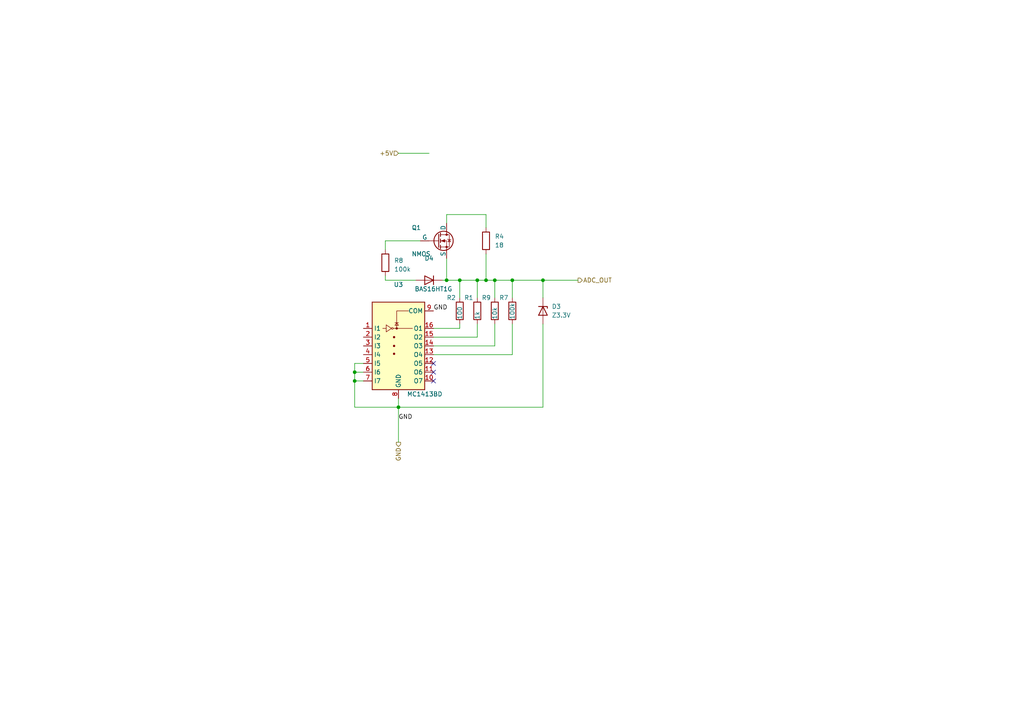
<source format=kicad_sch>
(kicad_sch (version 20250114) (generator "eeschema") (generator_version "9.0")
  (paper "A4")
  (lib_symbols
    (symbol "Device:D" (pin_numbers (hide yes)) (pin_names (offset 1.016) (hide yes))
      (property "Reference" "D" (at 0 2.54 0))
      (property "Value" "D" (at 0 -2.54 0))
      (symbol "D_0_1"
        (polyline (pts (xy -1.27 1.27) (xy -1.27 -1.27)) (stroke (width 0.254)))
        (polyline (pts (xy 1.27 1.27) (xy 1.27 -1.27) (xy -1.27 0) (xy 1.27 1.27)) (stroke (width 0.254)))
        (polyline (pts (xy 1.27 0) (xy -1.27 0)))
      )
      (symbol "D_1_1"
        (pin passive line (at -3.81 0 0) (length 2.54) (name "K") (number "1"))
        (pin passive line (at 3.81 0 180) (length 2.54) (name "A") (number "2"))
      )
    )
    (symbol "Device:D_Zener" (pin_numbers (hide yes)) (pin_names (offset 1.016) (hide yes))
      (property "Reference" "D" (at 0 2.54 0))
      (property "Value" "D_Zener" (at 0 -2.54 0))
      (symbol "D_Zener_0_1"
        (polyline (pts (xy -1.27 -1.27) (xy -1.27 1.27) (xy -0.762 1.27)) (stroke (width 0.254)))
        (polyline (pts (xy 1.27 0) (xy -1.27 0)))
        (polyline (pts (xy 1.27 -1.27) (xy 1.27 1.27) (xy -1.27 0) (xy 1.27 -1.27)) (stroke (width 0.254)))
      )
      (symbol "D_Zener_1_1"
        (pin passive line (at -3.81 0 0) (length 2.54) (name "K") (number "1"))
        (pin passive line (at 3.81 0 180) (length 2.54) (name "A") (number "2"))
      )
    )
    (symbol "Device:R" (pin_numbers (hide yes)) (pin_names (offset 0))
      (property "Reference" "R" (at 2.032 0 90))
      (property "Value" "R" (at 0 0 90))
      (symbol "R_0_1"
        (rectangle (start -1.016 -2.54) (end 1.016 2.54) (stroke (width 0.254)))
      )
      (symbol "R_1_1"
        (pin passive line (at 0 3.81 270) (length 1.27) (name "~") (number "1"))
        (pin passive line (at 0 -3.81 90) (length 1.27) (name "~") (number "2"))
      )
    )
    (symbol "Simulation_SPICE:NMOS" (pin_numbers (hide yes)) (pin_names (offset 0))
      (property "Reference" "Q" (at 5.08 1.27 0))
      (property "Value" "NMOS" (at 5.08 -1.27 0))
      (symbol "NMOS_0_1"
        (polyline (pts (xy 0.254 1.905) (xy 0.254 -1.905)) (stroke (width 0.254)))
        (polyline (pts (xy 0.254 0) (xy -2.54 0)))
        (polyline (pts (xy 0.762 2.286) (xy 0.762 1.27)) (stroke (width 0.254)))
        (polyline (pts (xy 0.762 0.508) (xy 0.762 -0.508)) (stroke (width 0.254)))
        (polyline (pts (xy 0.762 -1.27) (xy 0.762 -2.286)) (stroke (width 0.254)))
        (polyline (pts (xy 0.762 -1.778) (xy 3.302 -1.778) (xy 3.302 1.778) (xy 0.762 1.778)))
        (polyline (pts (xy 1.016 0) (xy 2.032 0.381) (xy 2.032 -0.381) (xy 1.016 0)) (fill (type outline)))
        (circle (center 1.651 0) (radius 2.794) (stroke (width 0.254)))
        (polyline (pts (xy 2.54 2.54) (xy 2.54 1.778)))
        (circle (center 2.54 1.778) (radius 0.254) (fill (type outline)))
        (circle (center 2.54 -1.778) (radius 0.254) (fill (type outline)))
        (polyline (pts (xy 2.54 -2.54) (xy 2.54 0) (xy 0.762 0)))
        (polyline (pts (xy 2.794 0.508) (xy 2.921 0.381) (xy 3.683 0.381) (xy 3.81 0.254)))
        (polyline (pts (xy 3.302 0.381) (xy 2.921 -0.254) (xy 3.683 -0.254) (xy 3.302 0.381)))
      )
      (symbol "NMOS_1_1"
        (pin input line (at -5.08 0 0) (length 2.54) (name "G") (number "2"))
        (pin passive line (at 2.54 5.08 270) (length 2.54) (name "D") (number "1"))
        (pin passive line (at 2.54 -5.08 90) (length 2.54) (name "S") (number "3"))
      )
    )
    (symbol "Transistor_Array:MC1413BD"
      (property "Reference" "U" (at 0 15.875 0))
      (property "Value" "MC1413BD" (at 0 13.97 0))
      (symbol "MC1413BD_0_1"
        (rectangle (start -7.62 -12.7) (end 7.62 12.7) (stroke (width 0.254)) (fill (type background)))
        (polyline (pts (xy -4.572 5.08) (xy -3.556 5.08)))
        (polyline (pts (xy -3.556 6.096) (xy -3.556 4.064) (xy -2.032 5.08) (xy -3.556 6.096)))
        (circle (center -1.778 5.08) (radius 0.254))
        (polyline (pts (xy -1.524 5.08) (xy 4.064 5.08)))
        (circle (center -1.27 2.54) (radius 0.254) (fill (type outline)))
        (circle (center -1.27 0) (radius 0.254) (fill (type outline)))
        (circle (center -1.27 -2.286) (radius 0.254) (fill (type outline)))
        (circle (center -0.508 5.08) (radius 0.254) (fill (type outline)))
        (polyline (pts (xy -0.508 5.08) (xy -0.508 10.16) (xy 2.921 10.16)))
        (polyline (pts (xy 0 6.731) (xy -1.016 6.731)))
        (polyline (pts (xy 0 5.969) (xy -1.016 5.969) (xy -0.508 6.731) (xy 0 5.969)))
      )
      (symbol "MC1413BD_1_1"
        (pin input line (at -10.16 5.08 0) (length 2.54) (name "I1") (number "1"))
        (pin input line (at -10.16 2.54 0) (length 2.54) (name "I2") (number "2"))
        (pin input line (at -10.16 0 0) (length 2.54) (name "I3") (number "3"))
        (pin input line (at -10.16 -2.54 0) (length 2.54) (name "I4") (number "4"))
        (pin input line (at -10.16 -5.08 0) (length 2.54) (name "I5") (number "5"))
        (pin input line (at -10.16 -7.62 0) (length 2.54) (name "I6") (number "6"))
        (pin input line (at -10.16 -10.16 0) (length 2.54) (name "I7") (number "7"))
        (pin power_in line (at 0 -15.24 90) (length 2.54) (name "GND") (number "8"))
        (pin passive line (at 10.16 10.16 180) (length 2.54) (name "COM") (number "9"))
        (pin open_collector line (at 10.16 5.08 180) (length 2.54) (name "O1") (number "16"))
        (pin open_collector line (at 10.16 2.54 180) (length 2.54) (name "O2") (number "15"))
        (pin open_collector line (at 10.16 0 180) (length 2.54) (name "O3") (number "14"))
        (pin open_collector line (at 10.16 -2.54 180) (length 2.54) (name "O4") (number "13"))
        (pin open_collector line (at 10.16 -5.08 180) (length 2.54) (name "O5") (number "12"))
        (pin open_collector line (at 10.16 -7.62 180) (length 2.54) (name "O6") (number "11"))
        (pin open_collector line (at 10.16 -10.16 180) (length 2.54) (name "O7") (number "10"))
      )
    )
  )
  (junction (at 133.35 81.28))
  (junction (at 138.43 81.28))
  (junction (at 148.59 81.28))
  (junction (at 140.97 81.28))
  (junction (at 102.87 107.95))
  (junction (at 102.87 110.49))
  (junction (at 143.51 81.28))
  (junction (at 115.57 118.11))
  (junction (at 129.54 81.28))
  (junction (at 157.48 81.28))
  (no_connect (at 125.73 107.95))
  (no_connect (at 125.73 110.49))
  (no_connect (at 125.73 105.41))
  (wire (pts (xy 111.76 72.39) (xy 111.76 69.85)))
  (wire (pts (xy 157.48 93.98) (xy 157.48 118.11)))
  (wire (pts (xy 140.97 62.23) (xy 129.54 62.23)))
  (wire (pts (xy 140.97 66.04) (xy 140.97 62.23)))
  (wire (pts (xy 125.73 100.33) (xy 143.51 100.33)))
  (wire (pts (xy 102.87 107.95) (xy 102.87 110.49)))
  (wire (pts (xy 111.76 69.85) (xy 121.92 69.85)))
  (wire (pts (xy 133.35 81.28) (xy 138.43 81.28)))
  (wire (pts (xy 125.73 95.25) (xy 133.35 95.25)))
  (wire (pts (xy 111.76 80.01) (xy 111.76 81.28)))
  (wire (pts (xy 157.48 86.36) (xy 157.48 81.28)))
  (wire (pts (xy 129.54 62.23) (xy 129.54 64.77)))
  (wire (pts (xy 115.57 118.11) (xy 157.48 118.11)))
  (wire (pts (xy 138.43 97.79) (xy 138.43 93.98)))
  (wire (pts (xy 102.87 107.95) (xy 105.41 107.95)))
  (wire (pts (xy 128.27 81.28) (xy 129.54 81.28)))
  (wire (pts (xy 115.57 115.57) (xy 115.57 118.11)))
  (wire (pts (xy 125.73 102.87) (xy 148.59 102.87)))
  (wire (pts (xy 138.43 81.28) (xy 140.97 81.28)))
  (wire (pts (xy 133.35 93.98) (xy 133.35 95.25)))
  (wire (pts (xy 105.41 105.41) (xy 102.87 105.41)))
  (wire (pts (xy 125.73 97.79) (xy 138.43 97.79)))
  (wire (pts (xy 133.35 86.36) (xy 133.35 81.28)))
  (wire (pts (xy 157.48 81.28) (xy 167.64 81.28)))
  (wire (pts (xy 157.48 81.28) (xy 148.59 81.28)))
  (wire (pts (xy 143.51 100.33) (xy 143.51 93.98)))
  (wire (pts (xy 129.54 81.28) (xy 133.35 81.28)))
  (wire (pts (xy 102.87 110.49) (xy 105.41 110.49)))
  (wire (pts (xy 143.51 81.28) (xy 140.97 81.28)))
  (wire (pts (xy 138.43 81.28) (xy 138.43 86.36)))
  (wire (pts (xy 111.76 81.28) (xy 120.65 81.28)))
  (wire (pts (xy 148.59 102.87) (xy 148.59 93.98)))
  (wire (pts (xy 143.51 86.36) (xy 143.51 81.28)))
  (wire (pts (xy 115.57 44.45) (xy 124.46 44.45)))
  (wire (pts (xy 102.87 118.11) (xy 115.57 118.11)))
  (wire (pts (xy 102.87 105.41) (xy 102.87 107.95)))
  (wire (pts (xy 148.59 81.28) (xy 143.51 81.28)))
  (wire (pts (xy 115.57 118.11) (xy 115.57 128.27)))
  (wire (pts (xy 102.87 110.49) (xy 102.87 118.11)))
  (wire (pts (xy 148.59 86.36) (xy 148.59 81.28)))
  (wire (pts (xy 140.97 73.66) (xy 140.97 81.28)))
  (wire (pts (xy 129.54 74.93) (xy 129.54 81.28)))
  (label "GND" (at 115.57 121.92 0))
  (label "GND" (at 125.73 90.17 0))
  (hierarchical_label "+5V" (shape input) (at 115.57 44.45 180))
  (hierarchical_label "GND" (shape output) (at 115.57 128.27 270))
  (hierarchical_label "ADC_OUT" (shape output) (at 167.64 81.28 0))
  (symbol (lib_id "Device:R") (at 140.97 69.85 180) (unit 1)
    (property "Reference" "R4" (at 143.51 68.58 0) (effects (justify right)))
    (property "Value" "18" (at 143.51 71.12 0) (effects (justify right)))
    (property "Footprint" "Resistor_SMD:R_0805_2012Metric_Pad1.20x1.40mm_HandSolder" (effects (hide yes)))
  )
  (symbol (lib_id "Device:R") (at 148.59 90.17 180) (unit 1)
    (property "Reference" "R7" (at 144.78 86.36 0) (effects (justify right)))
    (property "Value" "100k" (at 148.59 92.71 90) (effects (justify right)))
    (property "Footprint" "Resistor_SMD:R_0805_2012Metric_Pad1.20x1.40mm_HandSolder" (effects (hide yes)))
  )
  (symbol (lib_id "Device:R") (at 111.76 76.2 0) (unit 1)
    (property "Reference" "R8" (at 114.3 75.565 0) (effects (justify left)))
    (property "Value" "100k" (at 114.3 78.105 0) (effects (justify left)))
    (property "Footprint" "Resistor_SMD:R_0805_2012Metric_Pad1.20x1.40mm_HandSolder" (effects (hide yes)))
  )
  (symbol (lib_id "Device:R") (at 133.35 90.17 180) (unit 1)
    (property "Reference" "R2" (at 129.54 86.36 0) (effects (justify right)))
    (property "Value" "100" (at 133.35 92.71 90) (effects (justify right)))
    (property "Footprint" "Resistor_SMD:R_0805_2012Metric_Pad1.20x1.40mm_HandSolder" (effects (hide yes)))
  )
  (symbol (lib_id "Device:R") (at 143.51 90.17 180) (unit 1)
    (property "Reference" "R9" (at 139.7 86.36 0) (effects (justify right)))
    (property "Value" "10k" (at 143.51 92.71 90) (effects (justify right)))
    (property "Footprint" "Resistor_SMD:R_0805_2012Metric_Pad1.20x1.40mm_HandSolder" (effects (hide yes)))
  )
  (symbol (lib_id "Simulation_SPICE:NMOS") (at 127 69.85 0) (unit 1)
    (property "Reference" "Q1" (at 119.38 66.04 0) (effects (justify left)))
    (property "Value" "NMOS" (at 119.38 73.66 0) (effects (justify left)))
    (property "Footprint" "Package_TO_SOT_SMD:SOT-23" (effects (hide yes)))
    (property "Datasheet" "https://ngspice.sourceforge.io/docs/ngspice-manual.pdf" (effects (hide yes)))
    (property "Sim.Device" "NMOS" (effects (hide yes)))
    (property "Sim.Type" "VDMOS" (effects (hide yes)))
    (property "Sim.Pins" "1=D 2=G 3=S" (effects (hide yes)))
  )
  (symbol (lib_id "Device:R") (at 138.43 90.17 180) (unit 1)
    (property "Reference" "R1" (at 134.62 86.36 0) (effects (justify right)))
    (property "Value" "1k" (at 138.43 92.71 90) (effects (justify right)))
    (property "Footprint" "Resistor_SMD:R_0805_2012Metric_Pad1.20x1.40mm_HandSolder" (effects (hide yes)))
  )
  (symbol (lib_id "Device:D") (at 124.46 81.28 180) (unit 1)
    (property "Reference" "D4" (at 124.46 74.93 0))
    (property "Value" "BAS16HT1G" (at 125.73 83.82 0))
    (property "Footprint" "Diode_SMD:D_SOD-323" (effects (hide yes)))
    (property "Sim.Device" "D" (effects (hide yes)))
    (property "Sim.Pins" "1=K 2=A" (effects (hide yes)))
  )
  (symbol (lib_id "Device:D_Zener") (at 157.48 90.17 270) (unit 1)
    (property "Reference" "D3" (at 160.02 88.9 90) (effects (justify left)))
    (property "Value" "Z3.3V" (at 160.02 91.44 90) (effects (justify left)))
    (property "Footprint" "Diode_SMD:D_SOD-323" (effects (hide yes)))
  )
  (symbol (lib_id "Transistor_Array:MC1413BD") (at 115.57 100.33 0) (unit 1)
    (property "Reference" "U3" (at 115.57 82.55 0))
    (property "Value" "MC1413BD" (at 123.19 114.3 0))
    (property "Footprint" "Package_SO:SOIC-16_3.9x9.9mm_P1.27mm" (effects (hide yes)))
    (property "Datasheet" "http://www.onsemi.com/pub_link/Collateral/MC1413-D.PDF" (effects (hide yes)))
  )
)
</source>
